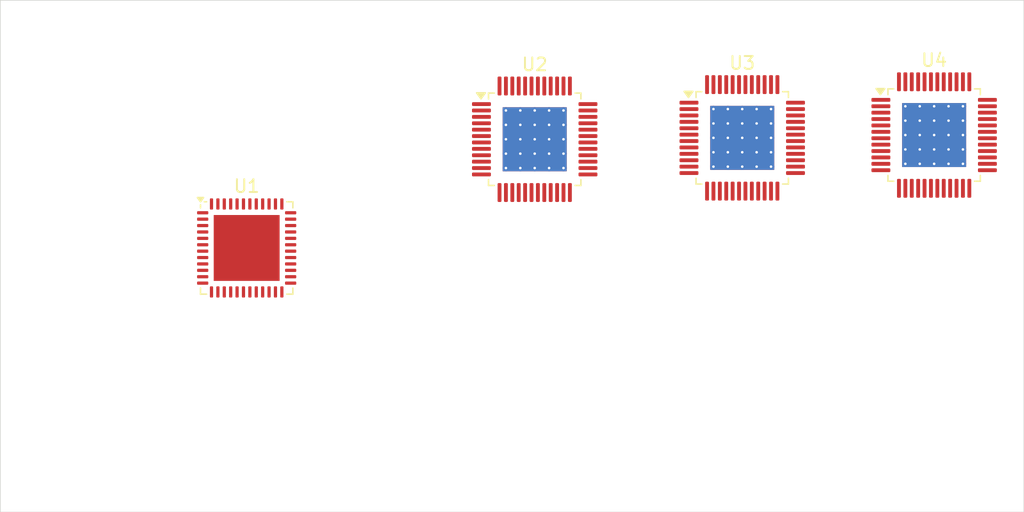
<source format=kicad_pcb>
(kicad_pcb (version 20241229) (generator "pcbnew") (generator_version "9.0")
  (layers (0 "F.Cu" signal) (2 "B.Cu" signal) (13 "F.Paste" user) (15 "B.Paste" user) (5 "F.SilkS" user "F.Silkscreen") (7 "B.SilkS" user "B.Silkscreen") (1 "F.Mask" user) (3 "B.Mask" user) (25 "Edge.Cuts" user))
  (net 0 "")
  (net 35 "Net-(U1-VDDA-Pad1)")
  (net 38 "Net-(U1-VDD3P3-Pad3)")
  (net 41 "SPI_MOSI")
  (net 55 "SPI_CS")
  (net 65 "Net-(U2-GNDP-Pad13)")
  (net 79 "SPI_CLK")
  (net 86 "SPI_MISO")
  (net 90 "Net-(U3-GNDP-Pad13)")
  (net 149 "Net-(U4-GNDP-Pad13)")
  (footprint "Package_QFP:TQFP-48-1EP_7x7mm_P0.5mm_EP5x5mm_ThermalVias" (layer "F.Cu") (at 166.9875 91.04)
    (property "Reference" "U3" (at 0 -5.85 0) (layer "F.SilkS"))
    (property "Value" "TMC5130A-TA")
    (fp_line (start -3.61 -3.61) (end -3.61 -3.16) (stroke (width 0.12)) (layer "F.SilkS"))
    (fp_line (start -3.61 3.61) (end -3.61 3.16) (stroke (width 0.12)) (layer "F.SilkS"))
    (fp_line (start -3.16 -3.61) (end -3.61 -3.61) (stroke (width 0.12)) (layer "F.SilkS"))
    (fp_line (start -3.16 3.61) (end -3.61 3.61) (stroke (width 0.12)) (layer "F.SilkS"))
    (fp_line (start 3.16 -3.61) (end 3.61 -3.61) (stroke (width 0.12)) (layer "F.SilkS"))
    (fp_line (start 3.16 3.61) (end 3.61 3.61) (stroke (width 0.12)) (layer "F.SilkS"))
    (fp_line (start 3.61 -3.61) (end 3.61 -3.16) (stroke (width 0.12)) (layer "F.SilkS"))
    (fp_line (start 3.61 3.61) (end 3.61 3.16) (stroke (width 0.12)) (layer "F.SilkS"))
    (fp_poly (pts (xy -4.2 -3.16) (xy -4.54 -3.63) (xy -3.86 -3.63)) (stroke (width 0.12)) (fill yes) (layer "F.SilkS"))
    (pad "1" smd roundrect (at -4.1625 -2.75) (size 1.475 0.3) (layers "F.Cu" "F.Mask" "F.Paste"))
    (pad "2" smd roundrect (at -4.1625 -2.25) (size 1.475 0.3) (layers "F.Cu" "F.Mask" "F.Paste"))
    (pad "3" smd roundrect (at -4.1625 -1.75) (size 1.475 0.3) (layers "F.Cu" "F.Mask" "F.Paste") (net 55 "SPI_CS"))
    (pad "4" smd roundrect (at -4.1625 -1.25) (size 1.475 0.3) (layers "F.Cu" "F.Mask" "F.Paste") (net 79 "SPI_CLK"))
    (pad "5" smd roundrect (at -4.1625 -0.75) (size 1.475 0.3) (layers "F.Cu" "F.Mask" "F.Paste") (net 41 "SPI_MOSI"))
    (pad "6" smd roundrect (at -4.1625 -0.25) (size 1.475 0.3) (layers "F.Cu" "F.Mask" "F.Paste"))
    (pad "7" smd roundrect (at -4.1625 0.25) (size 1.475 0.3) (layers "F.Cu" "F.Mask" "F.Paste") (net 86 "SPI_MISO"))
    (pad "8" smd roundrect (at -4.1625 0.75) (size 1.475 0.3) (layers "F.Cu" "F.Mask" "F.Paste"))
    (pad "9" smd roundrect (at -4.1625 1.25) (size 1.475 0.3) (layers "F.Cu" "F.Mask" "F.Paste"))
    (pad "10" smd roundrect (at -4.1625 1.75) (size 1.475 0.3) (layers "F.Cu" "F.Mask" "F.Paste"))
    (pad "11" smd roundrect (at -4.1625 2.25) (size 1.475 0.3) (layers "F.Cu" "F.Mask" "F.Paste"))
    (pad "12" smd roundrect (at -4.1625 2.75) (size 1.475 0.3) (layers "F.Cu" "F.Mask" "F.Paste"))
    (pad "13" smd roundrect (at -2.75 4.1625) (size 0.3 1.475) (layers "F.Cu" "F.Mask" "F.Paste") (net 90 "Net-(U3-GNDP-Pad13)"))
    (pad "14" smd roundrect (at -2.25 4.1625) (size 0.3 1.475) (layers "F.Cu" "F.Mask" "F.Paste"))
    (pad "15" smd roundrect (at -1.75 4.1625) (size 0.3 1.475) (layers "F.Cu" "F.Mask" "F.Paste"))
    (pad "16" smd roundrect (at -1.25 4.1625) (size 0.3 1.475) (layers "F.Cu" "F.Mask" "F.Paste"))
    (pad "17" smd roundrect (at -0.75 4.1625) (size 0.3 1.475) (layers "F.Cu" "F.Mask" "F.Paste"))
    (pad "18" smd roundrect (at -0.25 4.1625) (size 0.3 1.475) (layers "F.Cu" "F.Mask" "F.Paste"))
    (pad "19" smd roundrect (at 0.25 4.1625) (size 0.3 1.475) (layers "F.Cu" "F.Mask" "F.Paste"))
    (pad "20" smd roundrect (at 0.75 4.1625) (size 0.3 1.475) (layers "F.Cu" "F.Mask" "F.Paste"))
    (pad "21" smd roundrect (at 1.25 4.1625) (size 0.3 1.475) (layers "F.Cu" "F.Mask" "F.Paste"))
    (pad "22" smd roundrect (at 1.75 4.1625) (size 0.3 1.475) (layers "F.Cu" "F.Mask" "F.Paste"))
    (pad "23" smd roundrect (at 2.25 4.1625) (size 0.3 1.475) (layers "F.Cu" "F.Mask" "F.Paste"))
    (pad "24" smd roundrect (at 2.75 4.1625) (size 0.3 1.475) (layers "F.Cu" "F.Mask" "F.Paste"))
    (pad "25" smd roundrect (at 4.1625 2.75) (size 1.475 0.3) (layers "F.Cu" "F.Mask" "F.Paste"))
    (pad "26" smd roundrect (at 4.1625 2.25) (size 1.475 0.3) (layers "F.Cu" "F.Mask" "F.Paste"))
    (pad "27" smd roundrect (at 4.1625 1.75) (size 1.475 0.3) (layers "F.Cu" "F.Mask" "F.Paste"))
    (pad "28" smd roundrect (at 4.1625 1.25) (size 1.475 0.3) (layers "F.Cu" "F.Mask" "F.Paste"))
    (pad "29" smd roundrect (at 4.1625 0.75) (size 1.475 0.3) (layers "F.Cu" "F.Mask" "F.Paste"))
    (pad "30" smd roundrect (at 4.1625 0.25) (size 1.475 0.3) (layers "F.Cu" "F.Mask" "F.Paste"))
    (pad "31" smd roundrect (at 4.1625 -0.25) (size 1.475 0.3) (layers "F.Cu" "F.Mask" "F.Paste"))
    (pad "32" smd roundrect (at 4.1625 -0.75) (size 1.475 0.3) (layers "F.Cu" "F.Mask" "F.Paste"))
    (pad "33" smd roundrect (at 4.1625 -1.25) (size 1.475 0.3) (layers "F.Cu" "F.Mask" "F.Paste"))
    (pad "34" smd roundrect (at 4.1625 -1.75) (size 1.475 0.3) (layers "F.Cu" "F.Mask" "F.Paste"))
    (pad "35" smd roundrect (at 4.1625 -2.25) (size 1.475 0.3) (layers "F.Cu" "F.Mask" "F.Paste"))
    (pad "36" smd roundrect (at 4.1625 -2.75) (size 1.475 0.3) (layers "F.Cu" "F.Mask" "F.Paste"))
    (pad "37" smd roundrect (at 2.75 -4.1625) (size 0.3 1.475) (layers "F.Cu" "F.Mask" "F.Paste"))
    (pad "38" smd roundrect (at 2.25 -4.1625) (size 0.3 1.475) (layers "F.Cu" "F.Mask" "F.Paste"))
    (pad "39" smd roundrect (at 1.75 -4.1625) (size 0.3 1.475) (layers "F.Cu" "F.Mask" "F.Paste"))
    (pad "40" smd roundrect (at 1.25 -4.1625) (size 0.3 1.475) (layers "F.Cu" "F.Mask" "F.Paste"))
    (pad "41" smd roundrect (at 0.75 -4.1625) (size 0.3 1.475) (layers "F.Cu" "F.Mask" "F.Paste"))
    (pad "42" smd roundrect (at 0.25 -4.1625) (size 0.3 1.475) (layers "F.Cu" "F.Mask" "F.Paste"))
    (pad "43" smd roundrect (at -0.25 -4.1625) (size 0.3 1.475) (layers "F.Cu" "F.Mask" "F.Paste"))
    (pad "44" smd roundrect (at -0.75 -4.1625) (size 0.3 1.475) (layers "F.Cu" "F.Mask" "F.Paste"))
    (pad "45" smd roundrect (at -1.25 -4.1625) (size 0.3 1.475) (layers "F.Cu" "F.Mask" "F.Paste"))
    (pad "46" smd roundrect (at -1.75 -4.1625) (size 0.3 1.475) (layers "F.Cu" "F.Mask" "F.Paste"))
    (pad "47" smd roundrect (at -2.25 -4.1625) (size 0.3 1.475) (layers "F.Cu" "F.Mask" "F.Paste"))
    (pad "48" smd roundrect (at -2.75 -4.1625) (size 0.3 1.475) (layers "F.Cu" "F.Mask" "F.Paste") (net 90 "Net-(U3-GNDP-Pad13)"))
    (pad "49" thru_hole circle (at -2.25 -2.25) (size 0.5 0.5) (drill 0.2) (property pad_prop_heatsink) (layers "*.Cu"))
    (pad "49" thru_hole circle (at -2.25 -1.125) (size 0.5 0.5) (drill 0.2) (property pad_prop_heatsink) (layers "*.Cu"))
    (pad "49" thru_hole circle (at -2.25 0) (size 0.5 0.5) (drill 0.2) (property pad_prop_heatsink) (layers "*.Cu"))
    (pad "49" thru_hole circle (at -2.25 1.125) (size 0.5 0.5) (drill 0.2) (property pad_prop_heatsink) (layers "*.Cu"))
    (pad "49" thru_hole circle (at -2.25 2.25) (size 0.5 0.5) (drill 0.2) (property pad_prop_heatsink) (layers "*.Cu"))
    (pad "49" thru_hole circle (at -1.125 -2.25) (size 0.5 0.5) (drill 0.2) (property pad_prop_heatsink) (layers "*.Cu"))
    (pad "49" thru_hole circle (at -1.125 -1.125) (size 0.5 0.5) (drill 0.2) (property pad_prop_heatsink) (layers "*.Cu"))
    (pad "49" thru_hole circle (at -1.125 0) (size 0.5 0.5) (drill 0.2) (property pad_prop_heatsink) (layers "*.Cu"))
    (pad "49" thru_hole circle (at -1.125 1.125) (size 0.5 0.5) (drill 0.2) (property pad_prop_heatsink) (layers "*.Cu"))
    (pad "49" thru_hole circle (at -1.125 2.25) (size 0.5 0.5) (drill 0.2) (property pad_prop_heatsink) (layers "*.Cu"))
    (pad "49" thru_hole circle (at 0 -2.25) (size 0.5 0.5) (drill 0.2) (property pad_prop_heatsink) (layers "*.Cu"))
    (pad "49" thru_hole circle (at 0 -1.125) (size 0.5 0.5) (drill 0.2) (property pad_prop_heatsink) (layers "*.Cu"))
    (pad "49" thru_hole circle (at 0 0) (size 0.5 0.5) (drill 0.2) (property pad_prop_heatsink) (layers "*.Cu"))
    (pad "49" smd rect (at 0 0) (size 5 5) (property pad_prop_heatsink) (layers "F.Cu" "F.Mask"))
    (pad "49" smd rect (at 0 0) (size 5 5) (property pad_prop_heatsink) (layers "B.Cu"))
    (pad "49" thru_hole circle (at 0 1.125) (size 0.5 0.5) (drill 0.2) (property pad_prop_heatsink) (layers "*.Cu"))
    (pad "49" thru_hole circle (at 0 2.25) (size 0.5 0.5) (drill 0.2) (property pad_prop_heatsink) (layers "*.Cu"))
    (pad "49" thru_hole circle (at 1.125 -2.25) (size 0.5 0.5) (drill 0.2) (property pad_prop_heatsink) (layers "*.Cu"))
    (pad "49" thru_hole circle (at 1.125 -1.125) (size 0.5 0.5) (drill 0.2) (property pad_prop_heatsink) (layers "*.Cu"))
    (pad "49" thru_hole circle (at 1.125 0) (size 0.5 0.5) (drill 0.2) (property pad_prop_heatsink) (layers "*.Cu"))
    (pad "49" thru_hole circle (at 1.125 1.125) (size 0.5 0.5) (drill 0.2) (property pad_prop_heatsink) (layers "*.Cu"))
    (pad "49" thru_hole circle (at 1.125 2.25) (size 0.5 0.5) (drill 0.2) (property pad_prop_heatsink) (layers "*.Cu"))
    (pad "49" thru_hole circle (at 2.25 -2.25) (size 0.5 0.5) (drill 0.2) (property pad_prop_heatsink) (layers "*.Cu"))
    (pad "49" thru_hole circle (at 2.25 -1.125) (size 0.5 0.5) (drill 0.2) (property pad_prop_heatsink) (layers "*.Cu"))
    (pad "49" thru_hole circle (at 2.25 0) (size 0.5 0.5) (drill 0.2) (property pad_prop_heatsink) (layers "*.Cu"))
    (pad "49" thru_hole circle (at 2.25 1.125) (size 0.5 0.5) (drill 0.2) (property pad_prop_heatsink) (layers "*.Cu"))
    (pad "49" thru_hole circle (at 2.25 2.25) (size 0.5 0.5) (drill 0.2) (property pad_prop_heatsink) (layers "*.Cu"))
  )
  (footprint "Package_QFP:TQFP-48-1EP_7x7mm_P0.5mm_EP5x5mm_ThermalVias" (layer "F.Cu") (at 150.7675 91.15)
    (property "Reference" "U2" (at 0 -5.85 0) (layer "F.SilkS"))
    (property "Value" "TMC5130A-TA")
    (fp_line (start -3.61 -3.61) (end -3.61 -3.16) (stroke (width 0.12)) (layer "F.SilkS"))
    (fp_line (start -3.61 3.61) (end -3.61 3.16) (stroke (width 0.12)) (layer "F.SilkS"))
    (fp_line (start -3.16 -3.61) (end -3.61 -3.61) (stroke (width 0.12)) (layer "F.SilkS"))
    (fp_line (start -3.16 3.61) (end -3.61 3.61) (stroke (width 0.12)) (layer "F.SilkS"))
    (fp_line (start 3.16 -3.61) (end 3.61 -3.61) (stroke (width 0.12)) (layer "F.SilkS"))
    (fp_line (start 3.16 3.61) (end 3.61 3.61) (stroke (width 0.12)) (layer "F.SilkS"))
    (fp_line (start 3.61 -3.61) (end 3.61 -3.16) (stroke (width 0.12)) (layer "F.SilkS"))
    (fp_line (start 3.61 3.61) (end 3.61 3.16) (stroke (width 0.12)) (layer "F.SilkS"))
    (fp_poly (pts (xy -4.2 -3.16) (xy -4.54 -3.63) (xy -3.86 -3.63)) (stroke (width 0.12)) (fill yes) (layer "F.SilkS"))
    (pad "1" smd roundrect (at -4.1625 -2.75) (size 1.475 0.3) (layers "F.Cu" "F.Mask" "F.Paste"))
    (pad "2" smd roundrect (at -4.1625 -2.25) (size 1.475 0.3) (layers "F.Cu" "F.Mask" "F.Paste"))
    (pad "3" smd roundrect (at -4.1625 -1.75) (size 1.475 0.3) (layers "F.Cu" "F.Mask" "F.Paste") (net 55 "SPI_CS"))
    (pad "4" smd roundrect (at -4.1625 -1.25) (size 1.475 0.3) (layers "F.Cu" "F.Mask" "F.Paste") (net 79 "SPI_CLK"))
    (pad "5" smd roundrect (at -4.1625 -0.75) (size 1.475 0.3) (layers "F.Cu" "F.Mask" "F.Paste") (net 41 "SPI_MOSI"))
    (pad "6" smd roundrect (at -4.1625 -0.25) (size 1.475 0.3) (layers "F.Cu" "F.Mask" "F.Paste"))
    (pad "7" smd roundrect (at -4.1625 0.25) (size 1.475 0.3) (layers "F.Cu" "F.Mask" "F.Paste") (net 86 "SPI_MISO"))
    (pad "8" smd roundrect (at -4.1625 0.75) (size 1.475 0.3) (layers "F.Cu" "F.Mask" "F.Paste"))
    (pad "9" smd roundrect (at -4.1625 1.25) (size 1.475 0.3) (layers "F.Cu" "F.Mask" "F.Paste"))
    (pad "10" smd roundrect (at -4.1625 1.75) (size 1.475 0.3) (layers "F.Cu" "F.Mask" "F.Paste"))
    (pad "11" smd roundrect (at -4.1625 2.25) (size 1.475 0.3) (layers "F.Cu" "F.Mask" "F.Paste"))
    (pad "12" smd roundrect (at -4.1625 2.75) (size 1.475 0.3) (layers "F.Cu" "F.Mask" "F.Paste"))
    (pad "13" smd roundrect (at -2.75 4.1625) (size 0.3 1.475) (layers "F.Cu" "F.Mask" "F.Paste") (net 65 "Net-(U2-GNDP-Pad13)"))
    (pad "14" smd roundrect (at -2.25 4.1625) (size 0.3 1.475) (layers "F.Cu" "F.Mask" "F.Paste"))
    (pad "15" smd roundrect (at -1.75 4.1625) (size 0.3 1.475) (layers "F.Cu" "F.Mask" "F.Paste"))
    (pad "16" smd roundrect (at -1.25 4.1625) (size 0.3 1.475) (layers "F.Cu" "F.Mask" "F.Paste"))
    (pad "17" smd roundrect (at -0.75 4.1625) (size 0.3 1.475) (layers "F.Cu" "F.Mask" "F.Paste"))
    (pad "18" smd roundrect (at -0.25 4.1625) (size 0.3 1.475) (layers "F.Cu" "F.Mask" "F.Paste"))
    (pad "19" smd roundrect (at 0.25 4.1625) (size 0.3 1.475) (layers "F.Cu" "F.Mask" "F.Paste"))
    (pad "20" smd roundrect (at 0.75 4.1625) (size 0.3 1.475) (layers "F.Cu" "F.Mask" "F.Paste"))
    (pad "21" smd roundrect (at 1.25 4.1625) (size 0.3 1.475) (layers "F.Cu" "F.Mask" "F.Paste"))
    (pad "22" smd roundrect (at 1.75 4.1625) (size 0.3 1.475) (layers "F.Cu" "F.Mask" "F.Paste"))
    (pad "23" smd roundrect (at 2.25 4.1625) (size 0.3 1.475) (layers "F.Cu" "F.Mask" "F.Paste"))
    (pad "24" smd roundrect (at 2.75 4.1625) (size 0.3 1.475) (layers "F.Cu" "F.Mask" "F.Paste"))
    (pad "25" smd roundrect (at 4.1625 2.75) (size 1.475 0.3) (layers "F.Cu" "F.Mask" "F.Paste"))
    (pad "26" smd roundrect (at 4.1625 2.25) (size 1.475 0.3) (layers "F.Cu" "F.Mask" "F.Paste"))
    (pad "27" smd roundrect (at 4.1625 1.75) (size 1.475 0.3) (layers "F.Cu" "F.Mask" "F.Paste"))
    (pad "28" smd roundrect (at 4.1625 1.25) (size 1.475 0.3) (layers "F.Cu" "F.Mask" "F.Paste"))
    (pad "29" smd roundrect (at 4.1625 0.75) (size 1.475 0.3) (layers "F.Cu" "F.Mask" "F.Paste"))
    (pad "30" smd roundrect (at 4.1625 0.25) (size 1.475 0.3) (layers "F.Cu" "F.Mask" "F.Paste"))
    (pad "31" smd roundrect (at 4.1625 -0.25) (size 1.475 0.3) (layers "F.Cu" "F.Mask" "F.Paste"))
    (pad "32" smd roundrect (at 4.1625 -0.75) (size 1.475 0.3) (layers "F.Cu" "F.Mask" "F.Paste"))
    (pad "33" smd roundrect (at 4.1625 -1.25) (size 1.475 0.3) (layers "F.Cu" "F.Mask" "F.Paste"))
    (pad "34" smd roundrect (at 4.1625 -1.75) (size 1.475 0.3) (layers "F.Cu" "F.Mask" "F.Paste"))
    (pad "35" smd roundrect (at 4.1625 -2.25) (size 1.475 0.3) (layers "F.Cu" "F.Mask" "F.Paste"))
    (pad "36" smd roundrect (at 4.1625 -2.75) (size 1.475 0.3) (layers "F.Cu" "F.Mask" "F.Paste"))
    (pad "37" smd roundrect (at 2.75 -4.1625) (size 0.3 1.475) (layers "F.Cu" "F.Mask" "F.Paste"))
    (pad "38" smd roundrect (at 2.25 -4.1625) (size 0.3 1.475) (layers "F.Cu" "F.Mask" "F.Paste"))
    (pad "39" smd roundrect (at 1.75 -4.1625) (size 0.3 1.475) (layers "F.Cu" "F.Mask" "F.Paste"))
    (pad "40" smd roundrect (at 1.25 -4.1625) (size 0.3 1.475) (layers "F.Cu" "F.Mask" "F.Paste"))
    (pad "41" smd roundrect (at 0.75 -4.1625) (size 0.3 1.475) (layers "F.Cu" "F.Mask" "F.Paste"))
    (pad "42" smd roundrect (at 0.25 -4.1625) (size 0.3 1.475) (layers "F.Cu" "F.Mask" "F.Paste"))
    (pad "43" smd roundrect (at -0.25 -4.1625) (size 0.3 1.475) (layers "F.Cu" "F.Mask" "F.Paste"))
    (pad "44" smd roundrect (at -0.75 -4.1625) (size 0.3 1.475) (layers "F.Cu" "F.Mask" "F.Paste"))
    (pad "45" smd roundrect (at -1.25 -4.1625) (size 0.3 1.475) (layers "F.Cu" "F.Mask" "F.Paste"))
    (pad "46" smd roundrect (at -1.75 -4.1625) (size 0.3 1.475) (layers "F.Cu" "F.Mask" "F.Paste"))
    (pad "47" smd roundrect (at -2.25 -4.1625) (size 0.3 1.475) (layers "F.Cu" "F.Mask" "F.Paste"))
    (pad "48" smd roundrect (at -2.75 -4.1625) (size 0.3 1.475) (layers "F.Cu" "F.Mask" "F.Paste") (net 65 "Net-(U2-GNDP-Pad13)"))
    (pad "49" thru_hole circle (at -2.25 -2.25) (size 0.5 0.5) (drill 0.2) (property pad_prop_heatsink) (layers "*.Cu"))
    (pad "49" thru_hole circle (at -2.25 -1.125) (size 0.5 0.5) (drill 0.2) (property pad_prop_heatsink) (layers "*.Cu"))
    (pad "49" thru_hole circle (at -2.25 0) (size 0.5 0.5) (drill 0.2) (property pad_prop_heatsink) (layers "*.Cu"))
    (pad "49" thru_hole circle (at -2.25 1.125) (size 0.5 0.5) (drill 0.2) (property pad_prop_heatsink) (layers "*.Cu"))
    (pad "49" thru_hole circle (at -2.25 2.25) (size 0.5 0.5) (drill 0.2) (property pad_prop_heatsink) (layers "*.Cu"))
    (pad "49" thru_hole circle (at -1.125 -2.25) (size 0.5 0.5) (drill 0.2) (property pad_prop_heatsink) (layers "*.Cu"))
    (pad "49" thru_hole circle (at -1.125 -1.125) (size 0.5 0.5) (drill 0.2) (property pad_prop_heatsink) (layers "*.Cu"))
    (pad "49" thru_hole circle (at -1.125 0) (size 0.5 0.5) (drill 0.2) (property pad_prop_heatsink) (layers "*.Cu"))
    (pad "49" thru_hole circle (at -1.125 1.125) (size 0.5 0.5) (drill 0.2) (property pad_prop_heatsink) (layers "*.Cu"))
    (pad "49" thru_hole circle (at -1.125 2.25) (size 0.5 0.5) (drill 0.2) (property pad_prop_heatsink) (layers "*.Cu"))
    (pad "49" thru_hole circle (at 0 -2.25) (size 0.5 0.5) (drill 0.2) (property pad_prop_heatsink) (layers "*.Cu"))
    (pad "49" thru_hole circle (at 0 -1.125) (size 0.5 0.5) (drill 0.2) (property pad_prop_heatsink) (layers "*.Cu"))
    (pad "49" thru_hole circle (at 0 0) (size 0.5 0.5) (drill 0.2) (property pad_prop_heatsink) (layers "*.Cu"))
    (pad "49" smd rect (at 0 0) (size 5 5) (property pad_prop_heatsink) (layers "F.Cu" "F.Mask"))
    (pad "49" smd rect (at 0 0) (size 5 5) (property pad_prop_heatsink) (layers "B.Cu"))
    (pad "49" thru_hole circle (at 0 1.125) (size 0.5 0.5) (drill 0.2) (property pad_prop_heatsink) (layers "*.Cu"))
    (pad "49" thru_hole circle (at 0 2.25) (size 0.5 0.5) (drill 0.2) (property pad_prop_heatsink) (layers "*.Cu"))
    (pad "49" thru_hole circle (at 1.125 -2.25) (size 0.5 0.5) (drill 0.2) (property pad_prop_heatsink) (layers "*.Cu"))
    (pad "49" thru_hole circle (at 1.125 -1.125) (size 0.5 0.5) (drill 0.2) (property pad_prop_heatsink) (layers "*.Cu"))
    (pad "49" thru_hole circle (at 1.125 0) (size 0.5 0.5) (drill 0.2) (property pad_prop_heatsink) (layers "*.Cu"))
    (pad "49" thru_hole circle (at 1.125 1.125) (size 0.5 0.5) (drill 0.2) (property pad_prop_heatsink) (layers "*.Cu"))
    (pad "49" thru_hole circle (at 1.125 2.25) (size 0.5 0.5) (drill 0.2) (property pad_prop_heatsink) (layers "*.Cu"))
    (pad "49" thru_hole circle (at 2.25 -2.25) (size 0.5 0.5) (drill 0.2) (property pad_prop_heatsink) (layers "*.Cu"))
    (pad "49" thru_hole circle (at 2.25 -1.125) (size 0.5 0.5) (drill 0.2) (property pad_prop_heatsink) (layers "*.Cu"))
    (pad "49" thru_hole circle (at 2.25 0) (size 0.5 0.5) (drill 0.2) (property pad_prop_heatsink) (layers "*.Cu"))
    (pad "49" thru_hole circle (at 2.25 1.125) (size 0.5 0.5) (drill 0.2) (property pad_prop_heatsink) (layers "*.Cu"))
    (pad "49" thru_hole circle (at 2.25 2.25) (size 0.5 0.5) (drill 0.2) (property pad_prop_heatsink) (layers "*.Cu"))
  )
  (footprint "Package_QFP:TQFP-48-1EP_7x7mm_P0.5mm_EP5x5mm_ThermalVias" (layer "F.Cu") (at 181.9875 90.82)
    (property "Reference" "U4" (at 0 -5.85 0) (layer "F.SilkS"))
    (property "Value" "TMC5130A-TA")
    (fp_line (start -3.61 -3.61) (end -3.61 -3.16) (stroke (width 0.12)) (layer "F.SilkS"))
    (fp_line (start -3.61 3.61) (end -3.61 3.16) (stroke (width 0.12)) (layer "F.SilkS"))
    (fp_line (start -3.16 -3.61) (end -3.61 -3.61) (stroke (width 0.12)) (layer "F.SilkS"))
    (fp_line (start -3.16 3.61) (end -3.61 3.61) (stroke (width 0.12)) (layer "F.SilkS"))
    (fp_line (start 3.16 -3.61) (end 3.61 -3.61) (stroke (width 0.12)) (layer "F.SilkS"))
    (fp_line (start 3.16 3.61) (end 3.61 3.61) (stroke (width 0.12)) (layer "F.SilkS"))
    (fp_line (start 3.61 -3.61) (end 3.61 -3.16) (stroke (width 0.12)) (layer "F.SilkS"))
    (fp_line (start 3.61 3.61) (end 3.61 3.16) (stroke (width 0.12)) (layer "F.SilkS"))
    (fp_poly (pts (xy -4.2 -3.16) (xy -4.54 -3.63) (xy -3.86 -3.63)) (stroke (width 0.12)) (fill yes) (layer "F.SilkS"))
    (pad "1" smd roundrect (at -4.1625 -2.75) (size 1.475 0.3) (layers "F.Cu" "F.Mask" "F.Paste"))
    (pad "2" smd roundrect (at -4.1625 -2.25) (size 1.475 0.3) (layers "F.Cu" "F.Mask" "F.Paste"))
    (pad "3" smd roundrect (at -4.1625 -1.75) (size 1.475 0.3) (layers "F.Cu" "F.Mask" "F.Paste") (net 55 "SPI_CS"))
    (pad "4" smd roundrect (at -4.1625 -1.25) (size 1.475 0.3) (layers "F.Cu" "F.Mask" "F.Paste") (net 79 "SPI_CLK"))
    (pad "5" smd roundrect (at -4.1625 -0.75) (size 1.475 0.3) (layers "F.Cu" "F.Mask" "F.Paste") (net 41 "SPI_MOSI"))
    (pad "6" smd roundrect (at -4.1625 -0.25) (size 1.475 0.3) (layers "F.Cu" "F.Mask" "F.Paste"))
    (pad "7" smd roundrect (at -4.1625 0.25) (size 1.475 0.3) (layers "F.Cu" "F.Mask" "F.Paste") (net 86 "SPI_MISO"))
    (pad "8" smd roundrect (at -4.1625 0.75) (size 1.475 0.3) (layers "F.Cu" "F.Mask" "F.Paste"))
    (pad "9" smd roundrect (at -4.1625 1.25) (size 1.475 0.3) (layers "F.Cu" "F.Mask" "F.Paste"))
    (pad "10" smd roundrect (at -4.1625 1.75) (size 1.475 0.3) (layers "F.Cu" "F.Mask" "F.Paste"))
    (pad "11" smd roundrect (at -4.1625 2.25) (size 1.475 0.3) (layers "F.Cu" "F.Mask" "F.Paste"))
    (pad "12" smd roundrect (at -4.1625 2.75) (size 1.475 0.3) (layers "F.Cu" "F.Mask" "F.Paste"))
    (pad "13" smd roundrect (at -2.75 4.1625) (size 0.3 1.475) (layers "F.Cu" "F.Mask" "F.Paste") (net 149 "Net-(U4-GNDP-Pad13)"))
    (pad "14" smd roundrect (at -2.25 4.1625) (size 0.3 1.475) (layers "F.Cu" "F.Mask" "F.Paste"))
    (pad "15" smd roundrect (at -1.75 4.1625) (size 0.3 1.475) (layers "F.Cu" "F.Mask" "F.Paste"))
    (pad "16" smd roundrect (at -1.25 4.1625) (size 0.3 1.475) (layers "F.Cu" "F.Mask" "F.Paste"))
    (pad "17" smd roundrect (at -0.75 4.1625) (size 0.3 1.475) (layers "F.Cu" "F.Mask" "F.Paste"))
    (pad "18" smd roundrect (at -0.25 4.1625) (size 0.3 1.475) (layers "F.Cu" "F.Mask" "F.Paste"))
    (pad "19" smd roundrect (at 0.25 4.1625) (size 0.3 1.475) (layers "F.Cu" "F.Mask" "F.Paste"))
    (pad "20" smd roundrect (at 0.75 4.1625) (size 0.3 1.475) (layers "F.Cu" "F.Mask" "F.Paste"))
    (pad "21" smd roundrect (at 1.25 4.1625) (size 0.3 1.475) (layers "F.Cu" "F.Mask" "F.Paste"))
    (pad "22" smd roundrect (at 1.75 4.1625) (size 0.3 1.475) (layers "F.Cu" "F.Mask" "F.Paste"))
    (pad "23" smd roundrect (at 2.25 4.1625) (size 0.3 1.475) (layers "F.Cu" "F.Mask" "F.Paste"))
    (pad "24" smd roundrect (at 2.75 4.1625) (size 0.3 1.475) (layers "F.Cu" "F.Mask" "F.Paste"))
    (pad "25" smd roundrect (at 4.1625 2.75) (size 1.475 0.3) (layers "F.Cu" "F.Mask" "F.Paste"))
    (pad "26" smd roundrect (at 4.1625 2.25) (size 1.475 0.3) (layers "F.Cu" "F.Mask" "F.Paste"))
    (pad "27" smd roundrect (at 4.1625 1.75) (size 1.475 0.3) (layers "F.Cu" "F.Mask" "F.Paste"))
    (pad "28" smd roundrect (at 4.1625 1.25) (size 1.475 0.3) (layers "F.Cu" "F.Mask" "F.Paste"))
    (pad "29" smd roundrect (at 4.1625 0.75) (size 1.475 0.3) (layers "F.Cu" "F.Mask" "F.Paste"))
    (pad "30" smd roundrect (at 4.1625 0.25) (size 1.475 0.3) (layers "F.Cu" "F.Mask" "F.Paste"))
    (pad "31" smd roundrect (at 4.1625 -0.25) (size 1.475 0.3) (layers "F.Cu" "F.Mask" "F.Paste"))
    (pad "32" smd roundrect (at 4.1625 -0.75) (size 1.475 0.3) (layers "F.Cu" "F.Mask" "F.Paste"))
    (pad "33" smd roundrect (at 4.1625 -1.25) (size 1.475 0.3) (layers "F.Cu" "F.Mask" "F.Paste"))
    (pad "34" smd roundrect (at 4.1625 -1.75) (size 1.475 0.3) (layers "F.Cu" "F.Mask" "F.Paste"))
    (pad "35" smd roundrect (at 4.1625 -2.25) (size 1.475 0.3) (layers "F.Cu" "F.Mask" "F.Paste"))
    (pad "36" smd roundrect (at 4.1625 -2.75) (size 1.475 0.3) (layers "F.Cu" "F.Mask" "F.Paste"))
    (pad "37" smd roundrect (at 2.75 -4.1625) (size 0.3 1.475) (layers "F.Cu" "F.Mask" "F.Paste"))
    (pad "38" smd roundrect (at 2.25 -4.1625) (size 0.3 1.475) (layers "F.Cu" "F.Mask" "F.Paste"))
    (pad "39" smd roundrect (at 1.75 -4.1625) (size 0.3 1.475) (layers "F.Cu" "F.Mask" "F.Paste"))
    (pad "40" smd roundrect (at 1.25 -4.1625) (size 0.3 1.475) (layers "F.Cu" "F.Mask" "F.Paste"))
    (pad "41" smd roundrect (at 0.75 -4.1625) (size 0.3 1.475) (layers "F.Cu" "F.Mask" "F.Paste"))
    (pad "42" smd roundrect (at 0.25 -4.1625) (size 0.3 1.475) (layers "F.Cu" "F.Mask" "F.Paste"))
    (pad "43" smd roundrect (at -0.25 -4.1625) (size 0.3 1.475) (layers "F.Cu" "F.Mask" "F.Paste"))
    (pad "44" smd roundrect (at -0.75 -4.1625) (size 0.3 1.475) (layers "F.Cu" "F.Mask" "F.Paste"))
    (pad "45" smd roundrect (at -1.25 -4.1625) (size 0.3 1.475) (layers "F.Cu" "F.Mask" "F.Paste"))
    (pad "46" smd roundrect (at -1.75 -4.1625) (size 0.3 1.475) (layers "F.Cu" "F.Mask" "F.Paste"))
    (pad "47" smd roundrect (at -2.25 -4.1625) (size 0.3 1.475) (layers "F.Cu" "F.Mask" "F.Paste"))
    (pad "48" smd roundrect (at -2.75 -4.1625) (size 0.3 1.475) (layers "F.Cu" "F.Mask" "F.Paste") (net 149 "Net-(U4-GNDP-Pad13)"))
    (pad "49" thru_hole circle (at -2.25 -2.25) (size 0.5 0.5) (drill 0.2) (property pad_prop_heatsink) (layers "*.Cu"))
    (pad "49" thru_hole circle (at -2.25 -1.125) (size 0.5 0.5) (drill 0.2) (property pad_prop_heatsink) (layers "*.Cu"))
    (pad "49" thru_hole circle (at -2.25 0) (size 0.5 0.5) (drill 0.2) (property pad_prop_heatsink) (layers "*.Cu"))
    (pad "49" thru_hole circle (at -2.25 1.125) (size 0.5 0.5) (drill 0.2) (property pad_prop_heatsink) (layers "*.Cu"))
    (pad "49" thru_hole circle (at -2.25 2.25) (size 0.5 0.5) (drill 0.2) (property pad_prop_heatsink) (layers "*.Cu"))
    (pad "49" thru_hole circle (at -1.125 -2.25) (size 0.5 0.5) (drill 0.2) (property pad_prop_heatsink) (layers "*.Cu"))
    (pad "49" thru_hole circle (at -1.125 -1.125) (size 0.5 0.5) (drill 0.2) (property pad_prop_heatsink) (layers "*.Cu"))
    (pad "49" thru_hole circle (at -1.125 0) (size 0.5 0.5) (drill 0.2) (property pad_prop_heatsink) (layers "*.Cu"))
    (pad "49" thru_hole circle (at -1.125 1.125) (size 0.5 0.5) (drill 0.2) (property pad_prop_heatsink) (layers "*.Cu"))
    (pad "49" thru_hole circle (at -1.125 2.25) (size 0.5 0.5) (drill 0.2) (property pad_prop_heatsink) (layers "*.Cu"))
    (pad "49" thru_hole circle (at 0 -2.25) (size 0.5 0.5) (drill 0.2) (property pad_prop_heatsink) (layers "*.Cu"))
    (pad "49" thru_hole circle (at 0 -1.125) (size 0.5 0.5) (drill 0.2) (property pad_prop_heatsink) (layers "*.Cu"))
    (pad "49" thru_hole circle (at 0 0) (size 0.5 0.5) (drill 0.2) (property pad_prop_heatsink) (layers "*.Cu"))
    (pad "49" smd rect (at 0 0) (size 5 5) (property pad_prop_heatsink) (layers "F.Cu" "F.Mask"))
    (pad "49" smd rect (at 0 0) (size 5 5) (property pad_prop_heatsink) (layers "B.Cu"))
    (pad "49" thru_hole circle (at 0 1.125) (size 0.5 0.5) (drill 0.2) (property pad_prop_heatsink) (layers "*.Cu"))
    (pad "49" thru_hole circle (at 0 2.25) (size 0.5 0.5) (drill 0.2) (property pad_prop_heatsink) (layers "*.Cu"))
    (pad "49" thru_hole circle (at 1.125 -2.25) (size 0.5 0.5) (drill 0.2) (property pad_prop_heatsink) (layers "*.Cu"))
    (pad "49" thru_hole circle (at 1.125 -1.125) (size 0.5 0.5) (drill 0.2) (property pad_prop_heatsink) (layers "*.Cu"))
    (pad "49" thru_hole circle (at 1.125 0) (size 0.5 0.5) (drill 0.2) (property pad_prop_heatsink) (layers "*.Cu"))
    (pad "49" thru_hole circle (at 1.125 1.125) (size 0.5 0.5) (drill 0.2) (property pad_prop_heatsink) (layers "*.Cu"))
    (pad "49" thru_hole circle (at 1.125 2.25) (size 0.5 0.5) (drill 0.2) (property pad_prop_heatsink) (layers "*.Cu"))
    (pad "49" thru_hole circle (at 2.25 -2.25) (size 0.5 0.5) (drill 0.2) (property pad_prop_heatsink) (layers "*.Cu"))
    (pad "49" thru_hole circle (at 2.25 -1.125) (size 0.5 0.5) (drill 0.2) (property pad_prop_heatsink) (layers "*.Cu"))
    (pad "49" thru_hole circle (at 2.25 0) (size 0.5 0.5) (drill 0.2) (property pad_prop_heatsink) (layers "*.Cu"))
    (pad "49" thru_hole circle (at 2.25 1.125) (size 0.5 0.5) (drill 0.2) (property pad_prop_heatsink) (layers "*.Cu"))
    (pad "49" thru_hole circle (at 2.25 2.25) (size 0.5 0.5) (drill 0.2) (property pad_prop_heatsink) (layers "*.Cu"))
  )
  (footprint "Package_DFN_QFN:QFN-48-1EP_7x7mm_P0.5mm_EP5.15x5.15mm" (layer "F.Cu") (at 128.255 99.645)
    (property "Reference" "U1" (at 0 -4.83 0) (layer "F.SilkS"))
    (property "Value" "ESP32-PICO-V3")
    (fp_line (start -3.61 -3.135) (end -3.61 -3.37) (stroke (width 0.12)) (layer "F.SilkS"))
    (fp_line (start -3.61 3.61) (end -3.61 3.135) (stroke (width 0.12)) (layer "F.SilkS"))
    (fp_line (start -3.135 -3.61) (end -3.31 -3.61) (stroke (width 0.12)) (layer "F.SilkS"))
    (fp_line (start -3.135 3.61) (end -3.61 3.61) (stroke (width 0.12)) (layer "F.SilkS"))
    (fp_line (start 3.135 -3.61) (end 3.61 -3.61) (stroke (width 0.12)) (layer "F.SilkS"))
    (fp_line (start 3.135 3.61) (end 3.61 3.61) (stroke (width 0.12)) (layer "F.SilkS"))
    (fp_line (start 3.61 -3.61) (end 3.61 -3.135) (stroke (width 0.12)) (layer "F.SilkS"))
    (fp_line (start 3.61 3.61) (end 3.61 3.135) (stroke (width 0.12)) (layer "F.SilkS"))
    (fp_poly (pts (xy -3.61 -3.61) (xy -3.85 -3.94) (xy -3.37 -3.94)) (stroke (width 0.12)) (fill yes) (layer "F.SilkS"))
    (pad "1" smd roundrect (at -3.4375 -2.75) (size 0.875 0.25) (layers "F.Cu" "F.Mask" "F.Paste") (net 35 "Net-(U1-VDDA-Pad1)"))
    (pad "2" smd roundrect (at -3.4375 -2.25) (size 0.875 0.25) (layers "F.Cu" "F.Mask" "F.Paste"))
    (pad "3" smd roundrect (at -3.4375 -1.75) (size 0.875 0.25) (layers "F.Cu" "F.Mask" "F.Paste") (net 38 "Net-(U1-VDD3P3-Pad3)"))
    (pad "4" smd roundrect (at -3.4375 -1.25) (size 0.875 0.25) (layers "F.Cu" "F.Mask" "F.Paste") (net 38 "Net-(U1-VDD3P3-Pad3)"))
    (pad "5" smd roundrect (at -3.4375 -0.75) (size 0.875 0.25) (layers "F.Cu" "F.Mask" "F.Paste"))
    (pad "6" smd roundrect (at -3.4375 -0.25) (size 0.875 0.25) (layers "F.Cu" "F.Mask" "F.Paste"))
    (pad "7" smd roundrect (at -3.4375 0.25) (size 0.875 0.25) (layers "F.Cu" "F.Mask" "F.Paste"))
    (pad "8" smd roundrect (at -3.4375 0.75) (size 0.875 0.25) (layers "F.Cu" "F.Mask" "F.Paste"))
    (pad "9" smd roundrect (at -3.4375 1.25) (size 0.875 0.25) (layers "F.Cu" "F.Mask" "F.Paste"))
    (pad "10" smd roundrect (at -3.4375 1.75) (size 0.875 0.25) (layers "F.Cu" "F.Mask" "F.Paste"))
    (pad "11" smd roundrect (at -3.4375 2.25) (size 0.875 0.25) (layers "F.Cu" "F.Mask" "F.Paste"))
    (pad "12" smd roundrect (at -3.4375 2.75) (size 0.875 0.25) (layers "F.Cu" "F.Mask" "F.Paste"))
    (pad "13" smd roundrect (at -2.75 3.4375) (size 0.25 0.875) (layers "F.Cu" "F.Mask" "F.Paste"))
    (pad "14" smd roundrect (at -2.25 3.4375) (size 0.25 0.875) (layers "F.Cu" "F.Mask" "F.Paste"))
    (pad "15" smd roundrect (at -1.75 3.4375) (size 0.25 0.875) (layers "F.Cu" "F.Mask" "F.Paste"))
    (pad "16" smd roundrect (at -1.25 3.4375) (size 0.25 0.875) (layers "F.Cu" "F.Mask" "F.Paste"))
    (pad "17" smd roundrect (at -0.75 3.4375) (size 0.25 0.875) (layers "F.Cu" "F.Mask" "F.Paste"))
    (pad "18" smd roundrect (at -0.25 3.4375) (size 0.25 0.875) (layers "F.Cu" "F.Mask" "F.Paste"))
    (pad "19" smd roundrect (at 0.25 3.4375) (size 0.25 0.875) (layers "F.Cu" "F.Mask" "F.Paste"))
    (pad "20" smd roundrect (at 0.75 3.4375) (size 0.25 0.875) (layers "F.Cu" "F.Mask" "F.Paste"))
    (pad "21" smd roundrect (at 1.25 3.4375) (size 0.25 0.875) (layers "F.Cu" "F.Mask" "F.Paste"))
    (pad "22" smd roundrect (at 1.75 3.4375) (size 0.25 0.875) (layers "F.Cu" "F.Mask" "F.Paste"))
    (pad "23" smd roundrect (at 2.25 3.4375) (size 0.25 0.875) (layers "F.Cu" "F.Mask" "F.Paste"))
    (pad "24" smd roundrect (at 2.75 3.4375) (size 0.25 0.875) (layers "F.Cu" "F.Mask" "F.Paste"))
    (pad "25" smd roundrect (at 3.4375 2.75) (size 0.875 0.25) (layers "F.Cu" "F.Mask" "F.Paste"))
    (pad "26" smd roundrect (at 3.4375 2.25) (size 0.875 0.25) (layers "F.Cu" "F.Mask" "F.Paste"))
    (pad "27" smd roundrect (at 3.4375 1.75) (size 0.875 0.25) (layers "F.Cu" "F.Mask" "F.Paste"))
    (pad "28" smd roundrect (at 3.4375 1.25) (size 0.875 0.25) (layers "F.Cu" "F.Mask" "F.Paste"))
    (pad "29" smd roundrect (at 3.4375 0.75) (size 0.875 0.25) (layers "F.Cu" "F.Mask" "F.Paste"))
    (pad "30" smd roundrect (at 3.4375 0.25) (size 0.875 0.25) (layers "F.Cu" "F.Mask" "F.Paste"))
    (pad "31" smd roundrect (at 3.4375 -0.25) (size 0.875 0.25) (layers "F.Cu" "F.Mask" "F.Paste"))
    (pad "32" smd roundrect (at 3.4375 -0.75) (size 0.875 0.25) (layers "F.Cu" "F.Mask" "F.Paste"))
    (pad "33" smd roundrect (at 3.4375 -1.25) (size 0.875 0.25) (layers "F.Cu" "F.Mask" "F.Paste"))
    (pad "34" smd roundrect (at 3.4375 -1.75) (size 0.875 0.25) (layers "F.Cu" "F.Mask" "F.Paste"))
    (pad "35" smd roundrect (at 3.4375 -2.25) (size 0.875 0.25) (layers "F.Cu" "F.Mask" "F.Paste"))
    (pad "36" smd roundrect (at 3.4375 -2.75) (size 0.875 0.25) (layers "F.Cu" "F.Mask" "F.Paste"))
    (pad "37" smd roundrect (at 2.75 -3.4375) (size 0.25 0.875) (layers "F.Cu" "F.Mask" "F.Paste"))
    (pad "38" smd roundrect (at 2.25 -3.4375) (size 0.25 0.875) (layers "F.Cu" "F.Mask" "F.Paste"))
    (pad "39" smd roundrect (at 1.75 -3.4375) (size 0.25 0.875) (layers "F.Cu" "F.Mask" "F.Paste"))
    (pad "40" smd roundrect (at 1.25 -3.4375) (size 0.25 0.875) (layers "F.Cu" "F.Mask" "F.Paste"))
    (pad "41" smd roundrect (at 0.75 -3.4375) (size 0.25 0.875) (layers "F.Cu" "F.Mask" "F.Paste"))
    (pad "42" smd roundrect (at 0.25 -3.4375) (size 0.25 0.875) (layers "F.Cu" "F.Mask" "F.Paste"))
    (pad "43" smd roundrect (at -0.25 -3.4375) (size 0.25 0.875) (layers "F.Cu" "F.Mask" "F.Paste") (net 35 "Net-(U1-VDDA-Pad1)"))
    (pad "44" smd roundrect (at -0.75 -3.4375) (size 0.25 0.875) (layers "F.Cu" "F.Mask" "F.Paste"))
    (pad "45" smd roundrect (at -1.25 -3.4375) (size 0.25 0.875) (layers "F.Cu" "F.Mask" "F.Paste"))
    (pad "46" smd roundrect (at -1.75 -3.4375) (size 0.25 0.875) (layers "F.Cu" "F.Mask" "F.Paste") (net 35 "Net-(U1-VDDA-Pad1)"))
    (pad "47" smd roundrect (at -2.25 -3.4375) (size 0.25 0.875) (layers "F.Cu" "F.Mask" "F.Paste"))
    (pad "48" smd roundrect (at -2.75 -3.4375) (size 0.25 0.875) (layers "F.Cu" "F.Mask" "F.Paste"))
    (pad "49" smd rect (at 0 0) (size 5.15 5.15) (property pad_prop_heatsink) (layers "F.Cu" "F.Mask"))
  )
  (gr_rect (start 109 80.29) (end 189 120.29) (stroke (width 0.05)) (fill no) (layer "Edge.Cuts"))
)
</source>
